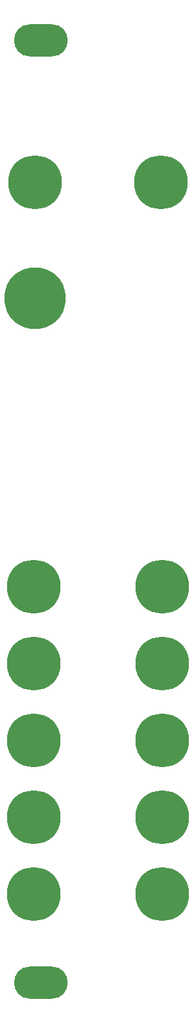
<source format=gbr>
%TF.GenerationSoftware,KiCad,Pcbnew,8.0.5+1*%
%TF.CreationDate,2024-11-27T03:26:51+08:00*%
%TF.ProjectId,MiniDiv v0.3 - Front,4d696e69-4469-4762-9076-302e33202d20,0.3*%
%TF.SameCoordinates,Original*%
%TF.FileFunction,Soldermask,Top*%
%TF.FilePolarity,Negative*%
%FSLAX46Y46*%
G04 Gerber Fmt 4.6, Leading zero omitted, Abs format (unit mm)*
G04 Created by KiCad (PCBNEW 8.0.5+1) date 2024-11-27 03:26:51*
%MOMM*%
%LPD*%
G01*
G04 APERTURE LIST*
%ADD10C,7.000000*%
%ADD11C,8.000000*%
%ADD12O,7.000000X4.200000*%
G04 APERTURE END LIST*
D10*
%TO.C,REF\u002A\u002A*%
X78400000Y-144000000D03*
%TD*%
%TO.C,REF\u002A\u002A*%
X78400000Y-124000000D03*
%TD*%
%TO.C,REF\u002A\u002A*%
X78400000Y-114000000D03*
%TD*%
%TO.C,REF\u002A\u002A*%
X61600000Y-154000000D03*
%TD*%
%TO.C,REF\u002A\u002A*%
X78200000Y-61500000D03*
%TD*%
D11*
%TO.C,REF\u002A\u002A*%
X61800000Y-76500000D03*
%TD*%
D10*
%TO.C,REF\u002A\u002A*%
X78400000Y-134000000D03*
%TD*%
%TO.C,REF\u002A\u002A*%
X61600000Y-134000000D03*
%TD*%
%TO.C,REF\u002A\u002A*%
X78400000Y-154000000D03*
%TD*%
%TO.C,REF\u002A\u002A*%
X61800000Y-61500000D03*
%TD*%
D12*
%TO.C,REF\u002A\u002A*%
X62500000Y-43000000D03*
X62500000Y-165500000D03*
%TD*%
D10*
%TO.C,REF\u002A\u002A*%
X61600000Y-144000000D03*
%TD*%
%TO.C,REF\u002A\u002A*%
X61600000Y-124000000D03*
%TD*%
%TO.C,REF\u002A\u002A*%
X61600000Y-114000000D03*
%TD*%
M02*

</source>
